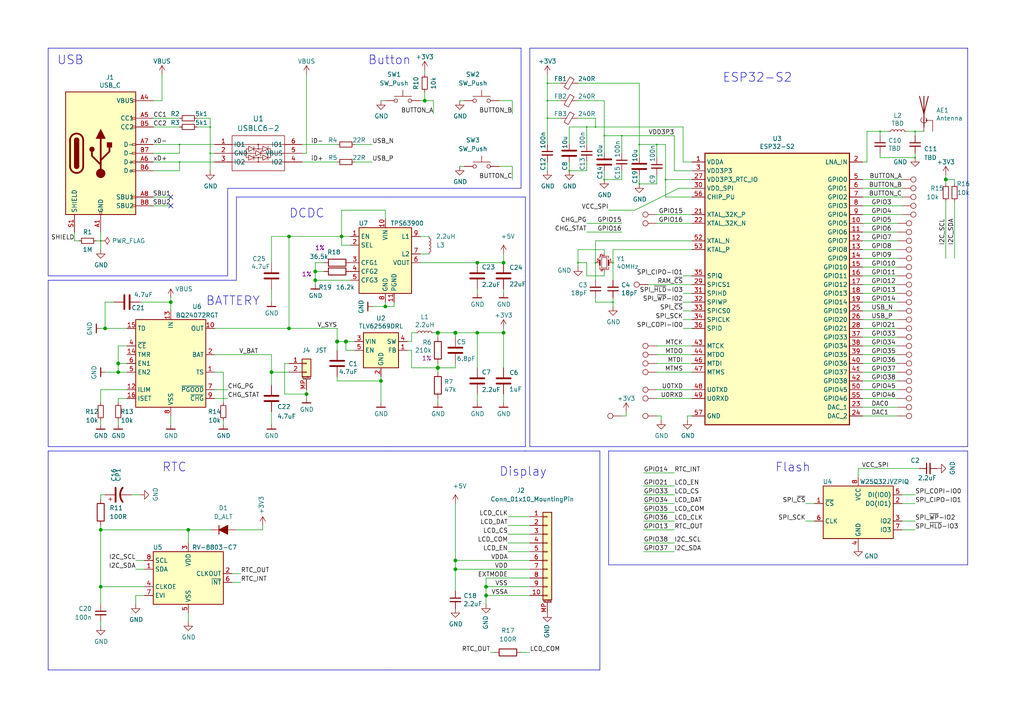
<source format=kicad_sch>
(kicad_sch (version 20230121) (generator eeschema)
  (paper "A4")
  (title_block (title "ESP32s2 Breakout") (date "2020-12-30") (rev "r1.0") (company "GsD - @gregdavill"))
  (bus_alias "GPDI" (members "CK_N" "CK_P" "D0_N" "D0_P" "D1_N" "D1_P" "D2_N" "D2_P"))
  (junction (at 78.74 107.95) (diameter 0.9144))
  (junction (at 60.96 44.45) (diameter 0.3048))
  (junction (at 29.21 170.18) (diameter 0.9144))
  (junction (at 165.1 49.53) (diameter 0.3048))
  (junction (at 88.9 114.3) (diameter 0.9144))
  (junction (at 132.08 165.1) (diameter 0.9144))
  (junction (at 91.44 78.74) (diameter 0.9144))
  (junction (at 193.04 52.07) (diameter 0.3048))
  (junction (at 132.08 96.52) (diameter 1))
  (junction (at 91.44 81.28) (diameter 0.9144))
  (junction (at 175.26 39.37) (diameter 0.3048))
  (junction (at 185.42 53.34) (diameter 0.3048))
  (junction (at 172.72 76.2) (diameter 0.3048))
  (junction (at 127 96.52) (diameter 1))
  (junction (at 158.75 24.13) (diameter 0.3048))
  (junction (at 265.43 38.1) (diameter 0.3048))
  (junction (at 127 106.68) (diameter 1.016))
  (junction (at 34.29 107.95) (diameter 0.9144))
  (junction (at 83.82 95.25) (diameter 0.9144))
  (junction (at 255.27 38.1) (diameter 0.3048))
  (junction (at 29.21 153.67) (diameter 0.9144))
  (junction (at 146.05 96.52) (diameter 0.9144))
  (junction (at 158.75 29.21) (diameter 0.3048))
  (junction (at 140.97 172.72) (diameter 0.9144))
  (junction (at 60.96 36.83) (diameter 0.3048))
  (junction (at 52.07 41.91) (diameter 0.3048))
  (junction (at 170.18 36.83) (diameter 0.3048))
  (junction (at 158.75 34.29) (diameter 0.3048))
  (junction (at 138.43 76.2) (diameter 0.9144))
  (junction (at 140.97 170.18) (diameter 0.9144))
  (junction (at 175.26 52.07) (diameter 0.3048))
  (junction (at 111.76 88.9) (diameter 0.9144))
  (junction (at 180.34 39.37) (diameter 0.3048))
  (junction (at 132.08 162.56) (diameter 0.9144))
  (junction (at 99.06 68.58) (diameter 0.9144))
  (junction (at 30.48 95.25) (diameter 0.9144))
  (junction (at 123.19 29.21) (diameter 0.9144))
  (junction (at 177.8 87.63) (diameter 0.3048))
  (junction (at 265.43 45.72) (diameter 0.3048))
  (junction (at 177.8 76.2) (diameter 0.3048))
  (junction (at 138.43 96.52) (diameter 0.9144))
  (junction (at 274.32 52.07) (diameter 0.9144))
  (junction (at 29.21 69.85) (diameter 0.3048))
  (junction (at 172.72 36.83) (diameter 0.3048))
  (junction (at 34.29 105.41) (diameter 0.9144))
  (junction (at 100.33 99.06) (diameter 1.016))
  (junction (at 185.42 41.91) (diameter 0.3048))
  (junction (at 54.61 153.67) (diameter 0.9144))
  (junction (at 97.79 99.06) (diameter 1.016))
  (junction (at 110.49 110.49) (diameter 0.9144))
  (junction (at 83.82 68.58) (diameter 0.9144))
  (junction (at 49.53 87.63) (diameter 0.9144))
  (junction (at 190.5 41.91) (diameter 0.3048))
  (junction (at 167.64 76.2) (diameter 0.3048))
  (junction (at 146.05 76.2) (diameter 0.9144))
  (junction (at 52.07 46.99) (diameter 0.3048))
  (no_connect (at 49.53 59.69))
  (no_connect (at 49.53 57.15))
  (wire (pts (xy 175.26 52.07) (xy 180.34 52.07)))
  (wire (pts (xy 175.26 78.74) (xy 175.26 80.01)))
  (wire (pts (xy 91.44 81.28) (xy 101.6 81.28)))
  (wire (pts (xy 102.87 41.91) (xy 107.95 41.91)))
  (wire (pts (xy 78.74 68.58) (xy 78.74 76.2)))
  (wire (pts (xy 175.26 29.21) (xy 175.26 39.37)))
  (wire (pts (xy 250.19 118.11) (xy 260.35 118.11)))
  (wire (pts (xy 200.66 95.25) (xy 198.12 95.25)))
  (wire (pts (xy 250.19 107.95) (xy 260.35 107.95)))
  (wire (pts (xy 177.8 81.28) (xy 177.8 76.2)))
  (wire (pts (xy 146.05 95.25) (xy 146.05 96.52)))
  (wire (pts (xy 64.77 107.95) (xy 62.23 107.95)))
  (wire (pts (xy 250.19 77.47) (xy 260.35 77.47)))
  (wire (pts (xy 200.66 87.63) (xy 198.12 87.63)))
  (wire (pts (xy 87.63 46.99) (xy 97.79 46.99)))
  (wire (pts (xy 99.06 60.96) (xy 99.06 68.58)))
  (wire (pts (xy 132.08 105.41) (xy 132.08 106.68)))
  (wire (pts (xy 38.1 143.51) (xy 40.64 143.51)))
  (wire (pts (xy 121.92 68.58) (xy 124.46 68.58)))
  (wire (pts (xy 62.23 115.57) (xy 66.04 115.57)))
  (wire (pts (xy 144.78 48.26) (xy 148.59 48.26)))
  (polyline (pts (xy 13.97 130.81) (xy 113.03 130.81)) (stroke (width 0.152) (type solid)))
  (wire (pts (xy 190.5 107.95) (xy 200.66 107.95)))
  (wire (pts (xy 41.91 172.72) (xy 39.37 172.72)))
  (wire (pts (xy 44.45 34.29) (xy 52.07 34.29)))
  (wire (pts (xy 127 106.68) (xy 127 107.95)))
  (wire (pts (xy 54.61 153.67) (xy 54.61 157.48)))
  (wire (pts (xy 68.58 153.67) (xy 76.2 153.67)))
  (wire (pts (xy 64.77 116.84) (xy 64.77 107.95)))
  (wire (pts (xy 54.61 153.67) (xy 29.21 153.67)))
  (wire (pts (xy 175.26 49.53) (xy 175.26 52.07)))
  (wire (pts (xy 190.5 105.41) (xy 200.66 105.41)))
  (wire (pts (xy 261.62 143.51) (xy 265.43 143.51)))
  (wire (pts (xy 185.42 41.91) (xy 190.5 41.91)))
  (wire (pts (xy 140.97 172.72) (xy 140.97 175.26)))
  (wire (pts (xy 60.96 34.29) (xy 60.96 36.83)))
  (wire (pts (xy 250.19 92.71) (xy 260.35 92.71)))
  (wire (pts (xy 41.91 170.18) (xy 29.21 170.18)))
  (wire (pts (xy 132.08 96.52) (xy 132.08 97.79)))
  (wire (pts (xy 119.38 99.06) (xy 118.11 99.06)))
  (polyline (pts (xy 153.67 129.54) (xy 153.67 13.97)) (stroke (width 0) (type solid)))
  (wire (pts (xy 29.21 95.25) (xy 30.48 95.25)))
  (polyline (pts (xy 152.4 57.15) (xy 113.03 57.15)) (stroke (width 0) (type solid)))
  (wire (pts (xy 132.08 96.52) (xy 138.43 96.52)))
  (wire (pts (xy 107.95 88.9) (xy 111.76 88.9)))
  (wire (pts (xy 36.83 113.03) (xy 29.21 113.03)))
  (polyline (pts (xy 280.67 130.81) (xy 280.67 163.83)) (stroke (width 0) (type solid)))
  (wire (pts (xy 190.5 50.8) (xy 190.5 53.34)))
  (wire (pts (xy 78.74 119.38) (xy 78.74 123.19)))
  (wire (pts (xy 127 96.52) (xy 127 97.79)))
  (wire (pts (xy 190.5 41.91) (xy 190.5 45.72)))
  (wire (pts (xy 34.29 105.41) (xy 34.29 107.95)))
  (wire (pts (xy 170.18 76.2) (xy 167.64 76.2)))
  (wire (pts (xy 170.18 67.31) (xy 180.34 67.31)))
  (wire (pts (xy 167.64 72.39) (xy 175.26 72.39)))
  (wire (pts (xy 40.64 87.63) (xy 49.53 87.63)))
  (wire (pts (xy 147.32 152.4) (xy 153.67 152.4)))
  (wire (pts (xy 186.69 160.02) (xy 195.58 160.02)))
  (wire (pts (xy 167.64 34.29) (xy 172.72 34.29)))
  (wire (pts (xy 147.32 154.94) (xy 153.67 154.94)))
  (wire (pts (xy 146.05 73.66) (xy 146.05 76.2)))
  (wire (pts (xy 44.45 46.99) (xy 52.07 46.99)))
  (wire (pts (xy 274.32 58.42) (xy 274.32 74.93)))
  (wire (pts (xy 265.43 38.1) (xy 265.43 39.37)))
  (wire (pts (xy 147.32 157.48) (xy 153.67 157.48)))
  (wire (pts (xy 186.69 143.51) (xy 195.58 143.51)))
  (wire (pts (xy 146.05 114.3) (xy 146.05 116.84)))
  (wire (pts (xy 200.66 92.71) (xy 198.12 92.71)))
  (wire (pts (xy 44.45 49.53) (xy 52.07 49.53)))
  (wire (pts (xy 132.08 146.05) (xy 132.08 162.56)))
  (wire (pts (xy 29.21 121.92) (xy 29.21 123.19)))
  (wire (pts (xy 111.76 60.96) (xy 99.06 60.96)))
  (wire (pts (xy 49.53 87.63) (xy 49.53 90.17)))
  (wire (pts (xy 97.79 109.22) (xy 97.79 110.49)))
  (wire (pts (xy 82.55 105.41) (xy 82.55 114.3)))
  (wire (pts (xy 177.8 72.39) (xy 200.66 72.39)))
  (wire (pts (xy 196.85 54.61) (xy 200.66 54.61)))
  (wire (pts (xy 36.83 105.41) (xy 34.29 105.41)))
  (wire (pts (xy 110.49 110.49) (xy 110.49 116.84)))
  (wire (pts (xy 250.19 90.17) (xy 260.35 90.17)))
  (wire (pts (xy 36.83 115.57) (xy 34.29 115.57)))
  (wire (pts (xy 265.43 44.45) (xy 265.43 45.72)))
  (wire (pts (xy 165.1 36.83) (xy 170.18 36.83)))
  (wire (pts (xy 30.48 107.95) (xy 34.29 107.95)))
  (polyline (pts (xy 151.13 13.97) (xy 151.13 54.61)) (stroke (width 0) (type solid)))
  (wire (pts (xy 170.18 36.83) (xy 170.18 41.91)))
  (wire (pts (xy 121.92 29.21) (xy 123.19 29.21)))
  (wire (pts (xy 138.43 76.2) (xy 146.05 76.2)))
  (wire (pts (xy 119.38 96.52) (xy 120.65 96.52)))
  (wire (pts (xy 57.15 36.83) (xy 60.96 36.83)))
  (polyline (pts (xy 113.03 194.31) (xy 173.99 194.31)) (stroke (width 0) (type solid)))
  (wire (pts (xy 127 115.57) (xy 127 116.84)))
  (wire (pts (xy 132.08 162.56) (xy 153.67 162.56)))
  (wire (pts (xy 91.44 81.28) (xy 91.44 82.55)))
  (wire (pts (xy 262.89 38.1) (xy 265.43 38.1)))
  (polyline (pts (xy 13.97 194.31) (xy 13.97 130.81)) (stroke (width 0) (type solid)))
  (wire (pts (xy 76.2 153.67) (xy 76.2 152.4)))
  (wire (pts (xy 274.32 50.8) (xy 274.32 52.07)))
  (wire (pts (xy 250.19 105.41) (xy 260.35 105.41)))
  (wire (pts (xy 29.21 143.51) (xy 30.48 143.51)))
  (wire (pts (xy 140.97 170.18) (xy 153.67 170.18)))
  (wire (pts (xy 198.12 36.83) (xy 172.72 36.83)))
  (wire (pts (xy 170.18 64.77) (xy 180.34 64.77)))
  (wire (pts (xy 78.74 68.58) (xy 83.82 68.58)))
  (wire (pts (xy 60.96 36.83) (xy 60.96 44.45)))
  (wire (pts (xy 250.19 54.61) (xy 261.62 54.61)))
  (wire (pts (xy 250.19 62.23) (xy 261.62 62.23)))
  (wire (pts (xy 29.21 153.67) (xy 29.21 170.18)))
  (wire (pts (xy 200.66 90.17) (xy 198.12 90.17)))
  (wire (pts (xy 138.43 83.82) (xy 138.43 85.09)))
  (wire (pts (xy 172.72 86.36) (xy 172.72 87.63)))
  (wire (pts (xy 250.19 102.87) (xy 260.35 102.87)))
  (wire (pts (xy 148.59 48.26) (xy 148.59 52.07)))
  (wire (pts (xy 67.31 168.91) (xy 69.85 168.91)))
  (wire (pts (xy 111.76 87.63) (xy 111.76 88.9)))
  (polyline (pts (xy 13.97 13.97) (xy 151.13 13.97)) (stroke (width 0) (type solid)))
  (wire (pts (xy 29.21 144.78) (xy 29.21 143.51)))
  (wire (pts (xy 180.34 39.37) (xy 180.34 44.45)))
  (polyline (pts (xy 113.03 57.15) (xy 68.58 57.15)) (stroke (width 0) (type solid)))
  (wire (pts (xy 261.62 153.67) (xy 265.43 153.67)))
  (wire (pts (xy 250.19 67.31) (xy 260.35 67.31)))
  (wire (pts (xy 250.19 57.15) (xy 261.62 57.15)))
  (wire (pts (xy 110.49 109.22) (xy 110.49 110.49)))
  (polyline (pts (xy 113.03 194.31) (xy 13.97 194.31)) (stroke (width 0) (type solid)))
  (wire (pts (xy 44.45 57.15) (xy 49.53 57.15)))
  (wire (pts (xy 193.04 41.91) (xy 190.5 41.91)))
  (wire (pts (xy 193.04 57.15) (xy 193.04 52.07)))
  (wire (pts (xy 177.8 72.39) (xy 177.8 76.2)))
  (polyline (pts (xy 151.13 54.61) (xy 66.04 54.61)) (stroke (width 0) (type solid)))
  (wire (pts (xy 119.38 96.52) (xy 119.38 99.06)))
  (wire (pts (xy 99.06 68.58) (xy 101.6 68.58)))
  (wire (pts (xy 132.08 106.68) (xy 127 106.68)))
  (wire (pts (xy 250.19 110.49) (xy 260.35 110.49)))
  (wire (pts (xy 185.42 53.34) (xy 190.5 53.34)))
  (wire (pts (xy 172.72 81.28) (xy 172.72 76.2)))
  (wire (pts (xy 138.43 114.3) (xy 138.43 116.84)))
  (polyline (pts (xy 66.04 80.01) (xy 13.97 80.01)) (stroke (width 0) (type solid)))
  (wire (pts (xy 186.69 137.16) (xy 195.58 137.16)))
  (wire (pts (xy 99.06 68.58) (xy 83.82 68.58)))
  (wire (pts (xy 52.07 46.99) (xy 62.23 46.99)))
  (wire (pts (xy 44.45 29.21) (xy 46.99 29.21)))
  (polyline (pts (xy 153.67 13.97) (xy 280.67 13.97)) (stroke (width 0) (type solid)))
  (wire (pts (xy 181.61 120.65) (xy 181.61 119.38)))
  (wire (pts (xy 140.97 167.64) (xy 140.97 170.18)))
  (wire (pts (xy 62.23 113.03) (xy 66.04 113.03)))
  (wire (pts (xy 30.48 95.25) (xy 36.83 95.25)))
  (wire (pts (xy 91.44 78.74) (xy 91.44 81.28)))
  (wire (pts (xy 44.45 44.45) (xy 52.07 44.45)))
  (wire (pts (xy 102.87 46.99) (xy 107.95 46.99)))
  (wire (pts (xy 119.38 106.68) (xy 119.38 101.6)))
  (wire (pts (xy 52.07 49.53) (xy 52.07 46.99)))
  (wire (pts (xy 83.82 105.41) (xy 82.55 105.41)))
  (wire (pts (xy 151.13 189.23) (xy 153.67 189.23)))
  (wire (pts (xy 180.34 120.65) (xy 181.61 120.65)))
  (wire (pts (xy 97.79 95.25) (xy 97.79 99.06)))
  (wire (pts (xy 34.29 100.33) (xy 34.29 105.41)))
  (polyline (pts (xy 280.67 13.97) (xy 280.67 129.54)) (stroke (width 0) (type solid)))
  (wire (pts (xy 158.75 21.59) (xy 158.75 24.13)))
  (wire (pts (xy 255.27 44.45) (xy 255.27 45.72)))
  (wire (pts (xy 127 105.41) (xy 127 106.68)))
  (wire (pts (xy 87.63 41.91) (xy 97.79 41.91)))
  (wire (pts (xy 123.19 29.21) (xy 123.19 26.67)))
  (wire (pts (xy 123.19 20.32) (xy 123.19 21.59)))
  (polyline (pts (xy 68.58 81.28) (xy 68.58 57.15)) (stroke (width 0) (type solid)))
  (wire (pts (xy 29.21 113.03) (xy 29.21 116.84)))
  (wire (pts (xy 200.66 46.99) (xy 198.12 46.99)))
  (wire (pts (xy 29.21 69.85) (xy 29.21 72.39)))
  (wire (pts (xy 114.3 87.63) (xy 114.3 88.9)))
  (wire (pts (xy 21.59 69.85) (xy 22.86 69.85)))
  (wire (pts (xy 134.62 29.21) (xy 133.35 29.21)))
  (wire (pts (xy 165.1 46.99) (xy 165.1 49.53)))
  (wire (pts (xy 158.75 29.21) (xy 162.56 29.21)))
  (wire (pts (xy 186.69 157.48) (xy 195.58 157.48)))
  (wire (pts (xy 175.26 39.37) (xy 180.34 39.37)))
  (wire (pts (xy 200.66 52.07) (xy 193.04 52.07)))
  (wire (pts (xy 36.83 100.33) (xy 34.29 100.33)))
  (wire (pts (xy 142.24 189.23) (xy 143.51 189.23)))
  (wire (pts (xy 83.82 107.95) (xy 78.74 107.95)))
  (wire (pts (xy 123.19 29.21) (xy 125.73 29.21)))
  (wire (pts (xy 251.46 46.99) (xy 251.46 38.1)))
  (wire (pts (xy 127 106.68) (xy 119.38 106.68)))
  (wire (pts (xy 250.19 113.03) (xy 260.35 113.03)))
  (wire (pts (xy 250.19 97.79) (xy 260.35 97.79)))
  (wire (pts (xy 250.19 64.77) (xy 260.35 64.77)))
  (wire (pts (xy 167.64 77.47) (xy 167.64 76.2)))
  (wire (pts (xy 34.29 107.95) (xy 36.83 107.95)))
  (wire (pts (xy 88.9 44.45) (xy 88.9 21.59)))
  (polyline (pts (xy 173.99 130.81) (xy 152.4 130.81)) (stroke (width 0) (type solid)))
  (wire (pts (xy 97.79 99.06) (xy 97.79 101.6)))
  (wire (pts (xy 165.1 49.53) (xy 170.18 49.53)))
  (wire (pts (xy 119.38 101.6) (xy 118.11 101.6)))
  (wire (pts (xy 190.5 120.65) (xy 191.77 120.65)))
  (wire (pts (xy 158.75 29.21) (xy 158.75 34.29)))
  (wire (pts (xy 255.27 39.37) (xy 255.27 38.1)))
  (wire (pts (xy 172.72 76.2) (xy 172.72 69.85)))
  (wire (pts (xy 185.42 45.72) (xy 185.42 41.91)))
  (wire (pts (xy 78.74 83.82) (xy 78.74 87.63)))
  (wire (pts (xy 261.62 146.05) (xy 265.43 146.05)))
  (wire (pts (xy 78.74 107.95) (xy 78.74 102.87)))
  (wire (pts (xy 64.77 121.92) (xy 64.77 123.19)))
  (wire (pts (xy 125.73 96.52) (xy 127 96.52)))
  (wire (pts (xy 158.75 24.13) (xy 158.75 29.21)))
  (wire (pts (xy 185.42 24.13) (xy 185.42 41.91)))
  (wire (pts (xy 82.55 114.3) (xy 88.9 114.3)))
  (wire (pts (xy 261.62 151.13) (xy 265.43 151.13)))
  (polyline (pts (xy 152.4 129.54) (xy 113.03 129.54)) (stroke (width 0) (type solid)))
  (wire (pts (xy 250.19 52.07) (xy 261.62 52.07)))
  (wire (pts (xy 190.5 102.87) (xy 200.66 102.87)))
  (wire (pts (xy 250.19 95.25) (xy 260.35 95.25)))
  (wire (pts (xy 88.9 114.3) (xy 88.9 113.03)))
  (wire (pts (xy 172.72 34.29) (xy 172.72 36.83)))
  (wire (pts (xy 121.92 73.66) (xy 124.46 73.66)))
  (wire (pts (xy 97.79 99.06) (xy 100.33 99.06)))
  (wire (pts (xy 255.27 45.72) (xy 265.43 45.72)))
  (wire (pts (xy 274.32 52.07) (xy 274.32 53.34)))
  (wire (pts (xy 111.76 63.5) (xy 111.76 60.96)))
  (wire (pts (xy 83.82 95.25) (xy 97.79 95.25)))
  (wire (pts (xy 46.99 29.21) (xy 46.99 21.59)))
  (wire (pts (xy 34.29 115.57) (xy 34.29 116.84)))
  (wire (pts (xy 138.43 96.52) (xy 138.43 106.68)))
  (wire (pts (xy 250.19 80.01) (xy 260.35 80.01)))
  (wire (pts (xy 170.18 80.01) (xy 170.18 76.2)))
  (wire (pts (xy 60.96 153.67) (xy 54.61 153.67)))
  (polyline (pts (xy 152.4 130.81) (xy 113.03 130.81)) (stroke (width 0) (type solid)))
  (wire (pts (xy 187.96 82.55) (xy 200.66 82.55)))
  (wire (pts (xy 125.73 29.21) (xy 125.73 33.02)))
  (wire (pts (xy 250.19 100.33) (xy 260.35 100.33)))
  (wire (pts (xy 83.82 68.58) (xy 83.82 95.25)))
  (wire (pts (xy 54.61 177.8) (xy 54.61 180.34)))
  (wire (pts (xy 233.68 146.05) (xy 236.22 146.05)))
  (wire (pts (xy 250.19 74.93) (xy 260.35 74.93)))
  (wire (pts (xy 186.69 151.13) (xy 195.58 151.13)))
  (wire (pts (xy 170.18 46.99) (xy 170.18 49.53)))
  (wire (pts (xy 165.1 41.91) (xy 165.1 36.83)))
  (wire (pts (xy 132.08 165.1) (xy 132.08 162.56)))
  (wire (pts (xy 199.39 120.65) (xy 200.66 120.65)))
  (wire (pts (xy 91.44 78.74) (xy 93.98 78.74)))
  (polyline (pts (xy 113.03 129.54) (xy 13.97 129.54)) (stroke (width 0) (type solid)))
  (polyline (pts (xy 152.4 80.01) (xy 152.4 57.15)) (stroke (width 0) (type solid)))
  (wire (pts (xy 175.26 80.01) (xy 170.18 80.01)))
  (wire (pts (xy 186.69 140.97) (xy 195.58 140.97)))
  (wire (pts (xy 158.75 49.53) (xy 158.75 46.99)))
  (wire (pts (xy 44.45 41.91) (xy 52.07 41.91)))
  (wire (pts (xy 27.94 69.85) (xy 29.21 69.85)))
  (wire (pts (xy 147.32 160.02) (xy 153.67 160.02)))
  (wire (pts (xy 29.21 175.26) (xy 29.21 170.18)))
  (wire (pts (xy 198.12 46.99) (xy 198.12 36.83)))
  (wire (pts (xy 138.43 96.52) (xy 146.05 96.52)))
  (wire (pts (xy 140.97 172.72) (xy 153.67 172.72)))
  (wire (pts (xy 250.19 87.63) (xy 260.35 87.63)))
  (wire (pts (xy 250.19 46.99) (xy 251.46 46.99)))
  (wire (pts (xy 127 96.52) (xy 132.08 96.52)))
  (wire (pts (xy 39.37 172.72) (xy 39.37 175.26)))
  (polyline (pts (xy 66.04 54.61) (xy 66.04 80.01)) (stroke (width 0) (type solid)))
  (wire (pts (xy 62.23 102.87) (xy 78.74 102.87)))
  (wire (pts (xy 200.66 62.23) (xy 190.5 62.23)))
  (wire (pts (xy 176.53 60.96) (xy 184.15 60.96)))
  (wire (pts (xy 250.19 85.09) (xy 260.35 85.09)))
  (wire (pts (xy 34.29 121.92) (xy 34.29 123.19)))
  (polyline (pts (xy 176.53 163.83) (xy 176.53 130.81)) (stroke (width 0) (type solid)))
  (wire (pts (xy 140.97 170.18) (xy 140.97 172.72)))
  (wire (pts (xy 190.5 115.57) (xy 200.66 115.57)))
  (wire (pts (xy 33.02 87.63) (xy 30.48 87.63)))
  (wire (pts (xy 148.59 29.21) (xy 148.59 33.02)))
  (wire (pts (xy 121.92 76.2) (xy 138.43 76.2)))
  (wire (pts (xy 265.43 38.1) (xy 267.97 38.1)))
  (wire (pts (xy 100.33 101.6) (xy 100.33 99.06)))
  (wire (pts (xy 153.67 167.64) (xy 140.97 167.64)))
  (wire (pts (xy 185.42 50.8) (xy 185.42 53.34)))
  (wire (pts (xy 29.21 69.85) (xy 29.21 67.31)))
  (polyline (pts (xy 13.97 80.01) (xy 13.97 13.97)) (stroke (width 0) (type solid)))
  (wire (pts (xy 146.05 96.52) (xy 146.05 106.68)))
  (wire (pts (xy 167.64 76.2) (xy 167.64 72.39)))
  (polyline (pts (xy 13.97 81.28) (xy 68.58 81.28)) (stroke (width 0) (type solid)))
  (wire (pts (xy 199.39 121.92) (xy 199.39 120.65)))
  (wire (pts (xy 248.92 135.89) (xy 266.7 135.89)))
  (polyline (pts (xy 13.97 81.28) (xy 13.97 129.54)) (stroke (width 0) (type solid)))
  (wire (pts (xy 274.32 52.07) (xy 276.86 52.07)))
  (wire (pts (xy 39.37 162.56) (xy 41.91 162.56)))
  (wire (pts (xy 114.3 88.9) (xy 111.76 88.9)))
  (wire (pts (xy 57.15 34.29) (xy 60.96 34.29)))
  (wire (pts (xy 91.44 76.2) (xy 91.44 78.74)))
  (wire (pts (xy 186.69 146.05) (xy 195.58 146.05)))
  (wire (pts (xy 195.58 49.53) (xy 200.66 49.53)))
  (wire (pts (xy 177.8 87.63) (xy 177.8 86.36)))
  (wire (pts (xy 102.87 101.6) (xy 100.33 101.6)))
  (wire (pts (xy 158.75 24.13) (xy 162.56 24.13)))
  (wire (pts (xy 132.08 165.1) (xy 153.67 165.1)))
  (wire (pts (xy 190.5 100.33) (xy 200.66 100.33)))
  (wire (pts (xy 191.77 120.65) (xy 191.77 121.92)))
  (wire (pts (xy 97.79 110.49) (xy 110.49 110.49)))
  (wire (pts (xy 193.04 52.07) (xy 193.04 41.91)))
  (wire (pts (xy 134.62 48.26) (xy 133.35 48.26)))
  (wire (pts (xy 193.04 57.15) (xy 200.66 57.15)))
  (wire (pts (xy 78.74 107.95) (xy 78.74 111.76)))
  (wire (pts (xy 200.66 80.01) (xy 198.12 80.01)))
  (wire (pts (xy 62.23 95.25) (xy 83.82 95.25)))
  (wire (pts (xy 184.15 60.96) (xy 196.85 54.61)))
  (wire (pts (xy 167.64 29.21) (xy 175.26 29.21)))
  (wire (pts (xy 251.46 38.1) (xy 255.27 38.1)))
  (polyline (pts (xy 152.4 80.01) (xy 152.4 129.54)) (stroke (width 0) (type solid)))
  (wire (pts (xy 200.66 64.77) (xy 190.5 64.77)))
  (wire (pts (xy 101.6 71.12) (xy 99.06 71.12)))
  (wire (pts (xy 49.53 86.36) (xy 49.53 87.63)))
  (wire (pts (xy 255.27 38.1) (xy 257.81 38.1)))
  (wire (pts (xy 49.53 120.65) (xy 49.53 123.19)))
  (wire (pts (xy 276.86 52.07) (xy 276.86 53.34)))
  (wire (pts (xy 29.21 180.34) (xy 29.21 181.61)))
  (wire (pts (xy 250.19 59.69) (xy 261.62 59.69)))
  (wire (pts (xy 248.92 135.89) (xy 248.92 138.43)))
  (wire (pts (xy 175.26 72.39) (xy 175.26 73.66)))
  (wire (pts (xy 170.18 36.83) (xy 172.72 36.83)))
  (wire (pts (xy 44.45 36.83) (xy 52.07 36.83)))
  (wire (pts (xy 180.34 49.53) (xy 180.34 52.07)))
  (wire (pts (xy 29.21 152.4) (xy 29.21 153.67)))
  (wire (pts (xy 177.8 87.63) (xy 177.8 88.9)))
  (wire (pts (xy 99.06 71.12) (xy 99.06 68.58)))
  (wire (pts (xy 88.9 115.57) (xy 88.9 114.3)))
  (wire (pts (xy 250.19 120.65) (xy 260.35 120.65)))
  (wire (pts (xy 250.19 72.39) (xy 260.35 72.39)))
  (wire (pts (xy 147.32 149.86) (xy 153.67 149.86)))
  (wire (pts (xy 93.98 76.2) (xy 91.44 76.2)))
  (wire (pts (xy 30.48 87.63) (xy 30.48 95.25)))
  (wire (pts (xy 39.37 165.1) (xy 41.91 165.1)))
  (polyline (pts (xy 176.53 130.81) (xy 280.67 130.81)) (stroke (width 0) (type solid)))
  (wire (pts (xy 52.07 44.45) (xy 52.07 41.91)))
  (wire (pts (xy 100.33 99.06) (xy 102.87 99.06)))
  (polyline (pts (xy 280.67 129.54) (xy 153.67 129.54)) (stroke (width 0) (type solid)))
  (wire (pts (xy 60.96 44.45) (xy 60.96 49.53)))
  (wire (pts (xy 250.19 82.55) (xy 260.35 82.55)))
  (wire (pts (xy 21.59 67.31) (xy 21.59 69.85)))
  (wire (pts (xy 167.64 24.13) (xy 185.42 24.13)))
  (wire (pts (xy 172.72 87.63) (xy 177.8 87.63)))
  (wire (pts (xy 144.78 29.21) (xy 148.59 29.21)))
  (wire (pts (xy 195.58 49.53) (xy 195.58 39.37)))
  (wire (pts (xy 190.5 113.03) (xy 200.66 113.03)))
  (wire (pts (xy 195.58 39.37) (xy 180.34 39.37)))
  (wire (pts (xy 186.69 148.59) (xy 195.58 148.59)))
  (wire (pts (xy 250.19 115.57) (xy 260.35 115.57)))
  (polyline (pts (xy 280.67 163.83) (xy 176.53 163.83)) (stroke (width 0) (type solid)))
  (wire (pts (xy 158.75 34.29) (xy 162.56 34.29)))
  (polyline (pts (xy 152.4 130.81) (xy 152.4 130.81)) (stroke (width 0) (type solid)))
  (wire (pts (xy 250.19 69.85) (xy 260.35 69.85)))
  (wire (pts (xy 111.76 29.21) (xy 110.49 29.21)))
  (wire (pts (xy 158.75 34.29) (xy 158.75 41.91)))
  (wire (pts (xy 132.08 165.1) (xy 132.08 171.45)))
  (wire (pts (xy 233.68 151.13) (xy 236.22 151.13)))
  (wire (pts (xy 175.26 44.45) (xy 175.26 39.37)))
  (wire (pts (xy 52.07 41.91) (xy 62.23 41.91)))
  (wire (pts (xy 67.31 166.37) (xy 69.85 166.37)))
  (wire (pts (xy 44.45 59.69) (xy 49.53 59.69)))
  (wire (pts (xy 186.69 153.67) (xy 195.58 153.67)))
  (wire (pts (xy 276.86 58.42) (xy 276.86 74.93)))
  (wire (pts (xy 200.66 85.09) (xy 198.12 85.09)))
  (polyline (pts (xy 173.99 194.31) (xy 173.99 130.81)) (stroke (width 0) (type solid)))
  (wire (pts (xy 62.23 44.45) (xy 60.96 44.45)))
  (wire (pts (xy 172.72 69.85) (xy 200.66 69.85)))
  (wire (pts (xy 146.05 83.82) (xy 146.05 85.09)))
  (wire (pts (xy 87.63 44.45) (xy 88.9 44.45)))
  (text "RTC" (at 46.99 137.16 0) (effects (font (size 2.54 2.54)) (justify left bottom)))
  (text "Flash" (at 224.79 137.16 0) (effects (font (size 2.54 2.54)) (justify left bottom)))
  (text "BATTERY" (at 59.69 88.9 0) (effects (font (size 2.54 2.54)) (justify left bottom)))
  (text "Display" (at 144.78 138.43 0) (effects (font (size 2.54 2.54)) (justify left bottom)))
  (text "USB" (at 16.51 19.05 0) (effects (font (size 2.54 2.54)) (justify left bottom)))
  (text "Button" (at 106.68 19.05 0) (effects (font (size 2.54 2.54)) (justify left bottom)))
  (text "DCDC" (at 83.82 63.5 0) (effects (font (size 2.54 2.54)) (justify left bottom)))
  (text "ESP32-S2\n" (at 209.55 24.13 0) (effects (font (size 2.54 2.54)) (justify left bottom)))
  (label "LCD_COM" (at 147.32 157.48 180))
  (label "SPI_CIPO-IO1" (at 198.12 80.01 180))
  (label "GPIO45" (at 252.73 113.03 0))
  (label "VSS" (at 147.32 170.18 180))
  (label "BUTTON_A" (at 125.73 33.02 180))
  (label "SPI_COPI-IO0" (at 198.12 95.25 180))
  (label "GPIO15" (at 180.34 64.77 180))
  (label "DAC0" (at 252.73 118.11 0))
  (label "GPIO35" (at 186.69 148.59 0))
  (label "SPI_~{CS}" (at 233.68 146.05 180))
  (label "SPI_~{WP}-IO2" (at 265.43 151.13 0))
  (label "MTCK" (at 198.12 100.33 180))
  (label "GPIO13" (at 186.69 153.67 0))
  (label "SBU2" (at 49.53 59.69 180))
  (label "LCD_COM" (at 153.67 189.23 0))
  (label "BUTTON_C" (at 148.59 52.07 180))
  (label "I2C_SCL" (at 195.58 157.48 0))
  (label "LCD_COM" (at 195.58 148.59 0))
  (label "GPIO36" (at 252.73 105.41 0))
  (label "GPIO3" (at 252.73 59.69 0))
  (label "CC1" (at 44.45 34.29 0))
  (label "BUTTON_B" (at 261.62 54.61 180))
  (label "GPIO9" (at 252.73 74.93 0))
  (label "CC2" (at 44.45 36.83 0))
  (label "LCD_CS" (at 195.58 143.51 0))
  (label "BUTTON_B" (at 148.59 33.02 180))
  (label "MTDI" (at 198.12 105.41 180))
  (label "GPIO16" (at 198.12 64.77 180))
  (label "GPIO10" (at 252.73 77.47 0))
  (label "LCD_EN" (at 195.58 140.97 0))
  (label "GPIO12" (at 252.73 82.55 0))
  (label "GPIO38" (at 252.73 110.49 0))
  (label "BUTTON_A" (at 261.62 52.07 180))
  (label "SPI_~{CS}" (at 198.12 90.17 180))
  (label "GPIO14" (at 186.69 137.16 0))
  (label "RAM_~{CS}" (at 198.12 82.55 180))
  (label "SPI_~{HLD}-IO3" (at 265.43 153.67 0))
  (label "GPIO37" (at 252.73 107.95 0))
  (label "SPI_~{HLD}-IO3" (at 198.12 85.09 180))
  (label "I2C_SCL" (at 39.37 162.56 180))
  (label "GPIO34" (at 186.69 146.05 0))
  (label "U0TXD" (at 198.12 113.03 180))
  (label "GPIO15" (at 198.12 62.23 180))
  (label "BUTTON_C" (at 261.62 57.15 180))
  (label "SBU1" (at 49.53 57.15 180))
  (label "GPIO21" (at 186.69 140.97 0))
  (label "GPIO46" (at 252.73 115.57 0))
  (label "SPI_CIPO-IO1" (at 265.43 146.05 0))
  (label "GPIO5" (at 252.73 64.77 0))
  (label "GPIO35" (at 252.73 102.87 0))
  (label "RTC_INT" (at 195.58 137.16 0))
  (label "LCD_DAT" (at 195.58 146.05 0))
  (label "SHIELD" (at 21.59 69.85 180))
  (label "GPIO36" (at 186.69 151.13 0))
  (label "GPIO33" (at 252.73 97.79 0))
  (label "CHG_PG" (at 170.18 64.77 180))
  (label "GPIO16" (at 180.34 67.31 180))
  (label "MTMS" (at 198.12 107.95 180))
  (label "RTC_OUT" (at 142.24 189.23 180))
  (label "GPIO4" (at 252.73 62.23 0))
  (label "I2C_SDA" (at 195.58 160.02 0))
  (label "USB_P" (at 252.73 92.71 0))
  (label "VDDA" (at 147.32 162.56 180))
  (label "xD-" (at 44.45 41.91 0))
  (label "V_SYS" (at 97.79 95.25 180))
  (label "CHG_STAT" (at 66.04 115.57 0))
  (label "V_BAT" (at 74.93 102.87 180))
  (label "USB_P" (at 107.95 46.99 0))
  (label "LCD_CLK" (at 147.32 149.86 180))
  (label "VSSA" (at 147.32 172.72 180))
  (label "iD+" (at 90.17 46.99 0))
  (label "VCC_SPI" (at 257.81 135.89 180))
  (label "I2C_SDA" (at 276.86 71.12 90))
  (label "xD+" (at 44.45 46.99 0))
  (label "GPIO37" (at 186.69 160.02 0))
  (label "DAC1" (at 252.73 120.65 0))
  (label "USB_N" (at 252.73 90.17 0))
  (label "CHG_STAT" (at 170.18 67.31 180))
  (label "LCD_CLK" (at 195.58 151.13 0))
  (label "MTDO" (at 198.12 102.87 180))
  (label "VCC_SPI" (at 176.53 60.96 180))
  (label "RTC_OUT" (at 195.58 153.67 0))
  (label "SPI_SCK" (at 233.68 151.13 180))
  (label "EXTMODE" (at 147.32 167.64 180))
  (label "iD-" (at 90.17 41.91 0))
  (label "LCD_CS" (at 147.32 154.94 180))
  (label "SPI_SCK" (at 198.12 92.71 180))
  (label "GPIO13" (at 252.73 85.09 0))
  (label "I2C_SDA" (at 39.37 165.1 180))
  (label "LCD_EN" (at 147.32 160.02 180))
  (label "GPIO34" (at 252.73 100.33 0))
  (label "GPIO21" (at 252.73 95.25 0))
  (label "LCD_DAT" (at 147.32 152.4 180))
  (label "GPIO7" (at 252.73 69.85 0))
  (label "VDD3P3" (at 195.58 39.37 180))
  (label "U0RXD" (at 198.12 115.57 180))
  (label "GPIO14" (at 252.73 87.63 0))
  (label "GPIO33" (at 186.69 143.51 0))
  (label "RTC_OUT" (at 69.85 166.37 0))
  (label "SPI_~{WP}-IO2" (at 198.12 87.63 180))
  (label "RTC_INT" (at 69.85 168.91 0))
  (label "I2C_SCL" (at 274.32 71.12 90))
  (label "VDD" (at 147.32 165.1 180))
  (label "GPIO8" (at 252.73 72.39 0))
  (label "GPIO6" (at 252.73 67.31 0))
  (label "GPIO38" (at 186.69 157.48 0))
  (label "USB_N" (at 107.95 41.91 0))
  (label "GPIO11" (at 252.73 80.01 0))
  (label "CHG_PG" (at 66.04 113.03 0))
  (label "SPI_COPI-IO0" (at 265.43 143.51 0))
  (symbol (lib_id "Connector:TestPoint") (at 260.35 85.09 270) (unit 1) (in_bom no)
    (property "Reference" "TP18" (effects hide))
    (property "Value" "TestPoint" (effects hide))
    (property "Footprint" "TestPoint:TestPoint_Pad_1.0x1.0mm" (effects hide))
  )
  (symbol (lib_id "power:+5V") (at 146.05 73.66 0) (unit 1)
    (property "Reference" "#PWR0140" (effects hide))
    (property "Value" "+5V" (at 147.32 68.58 0))
  )
  (symbol (lib_id "icebreaker-bitsy-rescue:pkl_C_Small-pkl_device") (at 158.75 44.45 0) (mirror y) (unit 1)
    (property "Reference" "C12" (at 157.48 49.53 90) (effects (justify left)))
    (property "Value" "100n" (at 157.48 43.18 90) (effects (justify left)))
    (property "Footprint" "Capacitor_SMD:C_0402_1005Metric" (effects hide))
    (property "Mfg" "Yageo" (effects hide))
    (property "PN" "CC0402ZRY5V7BB104" (effects hide))
  )
  (symbol (lib_id "Memory_Flash:W25Q32JVSS") (at 248.92 148.59 0) (unit 1)
    (property "Reference" "U4" (at 240.03 139.7 0))
    (property "Value" "W25Q32JVZPIQ" (at 256.54 139.7 0))
    (property "Footprint" "Package_SON:WSON-8-1EP_6x5mm_P1.27mm_EP3.4x4mm" (effects hide))
    (property "Datasheet" "http://www.winbond.com/resource-files/w25q32jv%20revg%2003272018%20plus.pdf" (effects hide))
    (property "Mfg" "Winbond Electronics" (effects hide))
    (property "PN" "W25Q32JVZPIQ" (effects hide))
  )
  (symbol (lib_name "Device:R_1") (lib_id "Device:R") (at 97.79 76.2 90) (unit 1)
    (property "Reference" "R18" (at 98.8187 73.152 90) (effects (justify left)))
    (property "Value" "36.5k" (at 95.25 74.422 90) (effects (justify left)))
    (property "Footprint" "Resistor_SMD:R_0402_1005Metric" (effects hide))
    (property "PN" "RC0402FR-07210KL" (effects hide))
    (property "Mfg" "Yageo" (effects hide))
    (property "Tol" "1%" (at 94.2213 71.882 90) (effects (justify left)))
  )
  (symbol (lib_name "Device:L_Small_1") (lib_id "Device:L_Small") (at 260.35 38.1 90) (unit 1)
    (property "Reference" "L2" (at 260.35 33.5088 90))
    (property "Value" "TBD" (at 260.35 35.8075 90))
    (property "Footprint" "Inductor_SMD:L_0402_1005Metric" (effects hide))
  )
  (symbol (lib_id "Connector:TestPoint") (at 261.62 57.15 270) (unit 1) (in_bom no)
    (property "Reference" "TP37" (effects hide))
    (property "Value" "TestPoint" (effects hide))
    (property "Footprint" "TestPoint:TestPoint_Pad_1.0x1.0mm" (effects hide))
  )
  (symbol (lib_id "Connector:TestPoint") (at 260.35 77.47 270) (unit 1) (in_bom no)
    (property "Reference" "TP15" (effects hide))
    (property "Value" "TestPoint" (effects hide))
    (property "Footprint" "TestPoint:TestPoint_Pad_1.0x1.0mm" (effects hide))
  )
  (symbol (lib_id "Connector_Generic_MountingPin:Conn_01x10_MountingPin") (at 158.75 160.02 0) (unit 1)
    (property "Reference" "J2" (at 149.86 142.24 0) (effects (justify left)))
    (property "Value" "Conn_01x10_MountingPin" (at 142.24 144.78 0) (effects (justify left)))
    (property "Footprint" "gsd-footprints:Hirose_FH33-10S-0.5SH_1x10-1MP_P0.50mm_Horizontal" (effects hide))
  )
  (symbol (lib_id "power:+3V3") (at 123.19 20.32 0) (unit 1)
    (property "Reference" "#PWR0139" (effects hide))
    (property "Value" "+3V3" (at 123.19 16.51 0))
  )
  (symbol (lib_id "icebreaker-bitsy-rescue:pkl_R_Small-pkl_device") (at 274.32 55.88 180) (unit 1)
    (property "Reference" "R15" (at 271.78 54.61 0))
    (property "Value" "10k" (at 270.51 57.15 0))
    (property "Footprint" "Resistor_SMD:R_0402_1005Metric" (effects hide))
    (property "Mfg" "Yageo" (effects hide))
    (property "PN" "RC0402FR-0710KL" (effects hide))
  )
  (symbol (lib_id "Device:C") (at 146.05 110.49 0) (mirror y) (unit 1)
    (property "Reference" "C6" (at 147.701 108.077 0) (effects (justify right)))
    (property "Value" "1uF" (at 147.701 112.903 0) (effects (justify right)))
    (property "Footprint" "Capacitor_SMD:C_0402_1005Metric" (effects hide))
    (property "Mfg" "Yageo" (effects hide))
    (property "PN" "CC0402KRX5R6BB105" (effects hide))
  )
  (symbol (lib_id "gkl_power:GND") (at 107.95 88.9 270) (unit 1)
    (property "Reference" "#PWR0108" (effects hide))
    (property "Value" "GND" (at 104.7496 88.9762 0))
  )
  (symbol (lib_id "Device:R") (at 29.21 148.59 0) (unit 1)
    (property "Reference" "R11" (at 31.75 147.32 0) (effects (justify left)))
    (property "Value" "100R" (at 31.75 149.86 0) (effects (justify left)))
    (property "Footprint" "Resistor_SMD:R_0402_1005Metric" (effects hide))
  )
  (symbol (lib_id "power:GND") (at 133.35 29.21 0) (unit 1)
    (property "Reference" "#PWR03" (effects hide))
    (property "Value" "GND" (at 133.477 33.6804 0))
  )
  (symbol (lib_id "Connector:USB_C_Receptacle_USB2.0") (at 29.21 44.45 0) (unit 1)
    (property "Reference" "J1" (at 31.9278 22.4282 0))
    (property "Value" "USB_C" (at 31.9278 24.7396 0))
    (property "Footprint" "pkl_connectors:USB_C_Receptacle_HRO_TYPE-C-31-M-12" (effects hide))
    (property "Datasheet" "https://www.usb.org/sites/default/files/documents/usb_type-c.zip" (effects hide))
    (property "Mfg" "GCT" (effects hide))
    (property "PN" "USB4105-GF-A" (effects hide))
  )
  (symbol (lib_id "Device:Ferrite_Bead_Small") (at 165.1 34.29 90) (unit 1)
    (property "Reference" "FB3" (at 162.56 33.02 90))
    (property "Value" "240R" (at 170.18 33.02 90))
    (property "Footprint" "Inductor_SMD:L_0402_1005Metric" (effects hide))
    (property "Mfg" "Murata Electronics" (effects hide))
    (property "PN" "BLM15BC241SN1D" (effects hide))
  )
  (symbol (lib_id "Device:Crystal_GND24_Small") (at 175.26 76.2 180) (unit 1)
    (property "Reference" "Y1" (at 178.8161 75.0506 0) (effects (justify right)))
    (property "Value" "40MHz" (at 178.8161 77.3493 0) (effects (justify right)))
    (property "Footprint" "led-clock:Crystal_SMD_4Pin_2.0x1.6mm" (effects hide))
    (property "Mfg" "TKD" (effects hide))
    (property "PN" "SX20Y040000BC1T" (effects hide))
  )
  (symbol (lib_id "Connector:TestPoint") (at 190.5 113.03 90) (unit 1) (in_bom no)
    (property "Reference" "TP5" (effects hide))
    (property "Value" "TestPoint" (effects hide))
    (property "Footprint" "TestPoint:TestPoint_Pad_1.0x1.0mm" (effects hide))
  )
  (symbol (lib_id "power:GND") (at 199.39 121.92 0) (unit 1)
    (property "Reference" "#PWR0107" (effects hide))
    (property "Value" "GND" (at 199.517 126.3904 0))
  )
  (symbol (lib_id "Switch:SW_Push") (at 139.7 29.21 0) (unit 1)
    (property "Reference" "SW2" (at 137.16 21.59 0))
    (property "Value" "SW_Push" (at 137.16 24.13 0))
    (property "Footprint" "Button_Switch_SMD:SW_SPST_PTS810" (effects hide))
  )
  (symbol (lib_id "Connector:TestPoint") (at 260.35 110.49 270) (unit 1) (in_bom no)
    (property "Reference" "TP28" (effects hide))
    (property "Value" "TestPoint" (effects hide))
    (property "Footprint" "TestPoint:TestPoint_Pad_1.0x1.0mm" (effects hide))
  )
  (symbol (lib_id "Connector:TestPoint") (at 260.35 87.63 270) (unit 1) (in_bom no)
    (property "Reference" "TP19" (effects hide))
    (property "Value" "TestPoint" (effects hide))
    (property "Footprint" "TestPoint:TestPoint_Pad_1.0x1.0mm" (effects hide))
  )
  (symbol (lib_id "power:GND") (at 158.75 49.53 0) (unit 1)
    (property "Reference" "#PWR0118" (effects hide))
    (property "Value" "GND" (at 158.877 54.0004 0))
  )
  (symbol (lib_id "gkl_power:GND") (at 110.49 116.84 0) (unit 1)
    (property "Reference" "#PWR0112" (effects hide))
    (property "Value" "GND" (at 110.5662 120.0404 0))
  )
  (symbol (lib_id "power:+3V3") (at 274.32 50.8 0) (unit 1)
    (property "Reference" "#PWR0129" (effects hide))
    (property "Value" "+3V3" (at 274.32 46.99 0))
  )
  (symbol (lib_id "power:PWR_FLAG") (at 29.21 69.85 270) (unit 1)
    (property "Reference" "#FLG0101" (effects hide))
    (property "Value" "PWR_FLAG" (at 32.4612 69.85 90) (effects (justify left)))
  )
  (symbol (lib_id "Connector:TestPoint") (at 187.96 82.55 90) (unit 1) (in_bom no)
    (property "Reference" "TP38" (effects hide))
    (property "Value" "TestPoint" (effects hide))
    (property "Footprint" "TestPoint:TestPoint_Pad_1.0x1.0mm" (effects hide))
  )
  (symbol (lib_id "icebreaker-bitsy-rescue:pkl_R_Small-pkl_device") (at 123.19 24.13 180) (unit 1)
    (property "Reference" "R10" (at 120.65 24.13 90))
    (property "Value" "10k" (at 125.73 24.13 90))
    (property "Footprint" "Resistor_SMD:R_0402_1005Metric" (effects hide))
    (property "Mfg" "Yageo" (effects hide))
    (property "PN" "RC0402FR-0710KL" (effects hide))
  )
  (symbol (lib_id "gkl_power:GND") (at 34.29 123.19 0) (unit 1)
    (property "Reference" "#PWR0120" (effects hide))
    (property "Value" "GND" (at 34.3662 126.3904 0))
  )
  (symbol (lib_id "Connector:TestPoint") (at 261.62 62.23 270) (unit 1) (in_bom no)
    (property "Reference" "TP8" (effects hide))
    (property "Value" "TestPoint" (effects hide))
    (property "Footprint" "TestPoint:TestPoint_Pad_1.0x1.0mm" (effects hide))
  )
  (symbol (lib_id "gkl_power:GND") (at 146.05 85.09 0) (unit 1)
    (property "Reference" "#PWR0135" (effects hide))
    (property "Value" "GND" (at 146.1262 88.2904 0))
  )
  (symbol (lib_id "Connector:TestPoint") (at 260.35 74.93 270) (unit 1) (in_bom no)
    (property "Reference" "TP14" (effects hide))
    (property "Value" "TestPoint" (effects hide))
    (property "Footprint" "TestPoint:TestPoint_Pad_1.0x1.0mm" (effects hide))
  )
  (symbol (lib_id "Battery_Management:BQ24072RGT") (at 49.53 105.41 0) (unit 1)
    (property "Reference" "U6" (at 57.15 88.9 0))
    (property "Value" "BQ24072RGT" (at 57.15 91.44 0))
    (property "Footprint" "Package_DFN_QFN:VQFN-16-1EP_3x3mm_P0.5mm_EP1.6x1.6mm" (effects hide))
    (property "Datasheet" "http://www.ti.com/lit/ds/symlink/bq24072.pdf" (effects hide))
  )
  (symbol (lib_id "Connector:TestPoint") (at 190.5 115.57 90) (unit 1) (in_bom no)
    (property "Reference" "TP6" (effects hide))
    (property "Value" "TestPoint" (effects hide))
    (property "Footprint" "TestPoint:TestPoint_Pad_1.0x1.0mm" (effects hide))
  )
  (symbol (lib_id "icebreaker-bitsy-rescue:pkl_R_Small-pkl_device") (at 54.61 34.29 270) (unit 1)
    (property "Reference" "R2" (at 50.8 33.02 90))
    (property "Value" "5k1" (at 58.42 33.02 90))
    (property "Footprint" "Resistor_SMD:R_0402_1005Metric" (effects hide))
    (property "Mfg" "Yageo" (effects hide))
    (property "PN" "RC0402FR-075K1L" (effects hide))
  )
  (symbol (lib_id "icebreaker-bitsy-rescue:pkl_R_Small-pkl_device") (at 64.77 119.38 180) (unit 1)
    (property "Reference" "R14" (at 62.23 119.38 0))
    (property "Value" "10k" (at 62.23 121.92 0))
    (property "Footprint" "Resistor_SMD:R_0402_1005Metric" (effects hide))
    (property "Mfg" "Yageo" (effects hide))
    (property "PN" "RC0402FR-0710KL" (effects hide))
  )
  (symbol (lib_id "Connector:TestPoint") (at 260.35 90.17 270) (unit 1) (in_bom no)
    (property "Reference" "TP20" (effects hide))
    (property "Value" "TestPoint" (effects hide))
    (property "Footprint" "TestPoint:TestPoint_Pad_1.0x1.0mm" (effects hide))
  )
  (symbol (lib_id "icebreaker-bitsy-rescue:pkl_C_Small-pkl_device") (at 190.5 48.26 0) (mirror y) (unit 1)
    (property "Reference" "C9" (at 189.23 53.34 90) (effects (justify left)))
    (property "Value" "100n" (at 189.23 46.99 90) (effects (justify left)))
    (property "Footprint" "Capacitor_SMD:C_0402_1005Metric" (effects hide))
    (property "Mfg" "Yageo" (effects hide))
    (property "PN" "CC0402ZRY5V7BB104" (effects hide))
  )
  (symbol (lib_id "Device:C") (at 146.05 80.01 0) (mirror y) (unit 1)
    (property "Reference" "C24" (at 147.701 77.597 0) (effects (justify right)))
    (property "Value" "22uF" (at 147.701 82.423 0) (effects (justify right)))
    (property "Footprint" "Capacitor_SMD:C_0603_1608Metric" (effects hide))
    (property "Mfg" "Yageo" (effects hide))
    (property "PN" "CC0402KRX5R6BB105" (effects hide))
  )
  (symbol (lib_id "Connector:TestPoint") (at 260.35 92.71 270) (unit 1) (in_bom no)
    (property "Reference" "TP21" (effects hide))
    (property "Value" "TestPoint" (effects hide))
    (property "Footprint" "TestPoint:TestPoint_Pad_1.0x1.0mm" (effects hide))
  )
  (symbol (lib_id "obsidian-boa:ESP32-S2") (at 224.79 81.28 0) (unit 1)
    (property "Reference" "U3" (at 225.425 40.2017 0))
    (property "Value" "ESP32-S2" (at 225.425 42.5004 0))
    (property "Footprint" "Package_DFN_QFN:QFN-56-1EP_7x7mm_P0.4mm_EP5.6x5.6mm" (effects hide))
    (property "Mfg" "Espressif Systems" (effects hide))
    (property "PN" "ESP32-S2" (effects hide))
  )
  (symbol (lib_id "Device:L_Small") (at 123.19 96.52 90) (unit 1)
    (property "Reference" "L1" (at 123.19 91.9288 90))
    (property "Value" "2.2uH" (at 123.19 94.2275 90))
    (property "Footprint" "Inductor_SMD:L_0805_2012Metric" (effects hide))
    (property "Mfg" "Sunltech Tech" (effects hide))
    (property "PN" "SLM20122R2MIT" (effects hide))
  )
  (symbol (lib_id "icebreaker-bitsy-rescue:pkl_C_Small-pkl_device") (at 177.8 83.82 0) (mirror x) (unit 1)
    (property "Reference" "C4" (at 180.1242 82.6706 0) (effects (justify left)))
    (property "Value" "18pF" (at 180.1242 84.9693 0) (effects (justify left)))
    (property "Footprint" "Capacitor_SMD:C_0402_1005Metric" (effects hide))
    (property "Mfg" "Yageo" (effects hide))
    (property "PN" "CC0402GRNPO9BN180" (effects hide))
  )
  (symbol (lib_name "Device:R_2") (lib_id "Device:R") (at 97.79 78.74 90) (unit 1)
    (property "Reference" "R19" (at 96.2787 83.312 90) (effects (justify left)))
    (property "Value" "16.2k" (at 102.87 83.312 90) (effects (justify left)))
    (property "Footprint" "Resistor_SMD:R_0402_1005Metric" (effects hide))
    (property "PN" "RC0402FR-07210KL" (effects hide))
    (property "Mfg" "Yageo" (effects hide))
    (property "Tol" "1%" (at 90.4113 79.502 90) (effects (justify left)))
  )
  (symbol (lib_id "Connector_Generic_MountingPin:Conn_01x02_MountingPin") (at 88.9 105.41 0) (unit 1)
    (property "Reference" "J4" (at 87.63 101.6 0) (effects (justify left)))
    (property "Value" "JST" (at 91.44 101.6 0) (effects (justify left)))
    (property "Footprint" "gsd-footprints:BM02B-GHS-TBT" (effects hide))
    (property "PN" "S2B-PH-SM4-TB(LF)(SN)" (effects hide))
    (property "Mfg" "JST Sales America Inc." (effects hide))
  )
  (symbol (lib_id "Connector:TestPoint") (at 260.35 95.25 270) (unit 1) (in_bom no)
    (property "Reference" "TP22" (effects hide))
    (property "Value" "TestPoint" (effects hide))
    (property "Footprint" "TestPoint:TestPoint_Pad_1.0x1.0mm" (effects hide))
  )
  (symbol (lib_id "icebreaker-bitsy-rescue:pkl_C_Small-pkl_device") (at 180.34 46.99 0) (mirror y) (unit 1)
    (property "Reference" "C15" (at 179.07 52.07 90) (effects (justify left)))
    (property "Value" "100n" (at 179.07 45.72 90) (effects (justify left)))
    (property "Footprint" "Capacitor_SMD:C_0402_1005Metric" (effects hide))
    (property "Mfg" "Yageo" (effects hide))
    (property "PN" "CC0402ZRY5V7BB104" (effects hide))
  )
  (symbol (lib_id "Connector:TestPoint") (at 180.34 120.65 90) (unit 1) (in_bom no)
    (property "Reference" "TP39" (effects hide))
    (property "Value" "TestPoint" (effects hide))
    (property "Footprint" "TestPoint:TestPoint_Pad_1.0x1.0mm" (effects hide))
  )
  (symbol (lib_id "gkl_power:GND") (at 64.77 123.19 0) (unit 1)
    (property "Reference" "#PWR0125" (effects hide))
    (property "Value" "GND" (at 64.8462 126.3904 0))
  )
  (symbol (lib_id "gkl_power:GND") (at 138.43 116.84 0) (unit 1)
    (property "Reference" "#PWR0134" (effects hide))
    (property "Value" "GND" (at 138.5062 120.0404 0))
  )
  (symbol (lib_id "gsd-kicad:RV-8803-C7") (at 54.61 167.64 0) (unit 1)
    (property "Reference" "U5" (at 45.72 158.75 0))
    (property "Value" "RV-8803-C7" (at 62.23 158.75 0))
    (property "Footprint" "Package_SON:RTC_SMD_MicroCrystal_C3_2.5x3.7mm" (effects hide))
    (property "Datasheet" "https://www.microcrystal.com/fileadmin/Media/Products/RTC/Datasheet/RV-1805-C3.pdf" (effects hide))
  )
  (symbol (lib_id "power:+3V3") (at 146.05 95.25 0) (unit 1)
    (property "Reference" "#PWR0136" (effects hide))
    (property "Value" "+3V3" (at 146.05 91.44 0))
  )
  (symbol (lib_id "Device:C") (at 78.74 80.01 0) (mirror y) (unit 1)
    (property "Reference" "C25" (at 77.089 75.057 0) (effects (justify left)))
    (property "Value" "4.7uF" (at 78.359 77.343 0) (effects (justify left)))
    (property "Footprint" "Capacitor_SMD:C_0402_1005Metric" (effects hide))
    (property "Mfg" "Yageo" (effects hide))
    (property "PN" "CC0402KRX5R6BB475" (effects hide))
  )
  (symbol (lib_id "Device:L_Small") (at 124.46 71.12 0) (unit 1)
    (property "Reference" "L3" (at 127.7812 71.12 0))
    (property "Value" "2.2uH" (at 129.2925 68.58 0))
    (property "Footprint" "Inductor_SMD:L_0805_2012Metric" (effects hide))
    (property "Mfg" "Sunltech Tech" (effects hide))
    (property "PN" "SLM20122R2MIT" (effects hide))
  )
  (symbol (lib_id "icebreaker-bitsy-rescue:pkl_R_Small-pkl_device") (at 100.33 41.91 270) (unit 1)
    (property "Reference" "R4" (at 96.52 40.64 90))
    (property "Value" "22R" (at 104.14 40.64 90))
    (property "Footprint" "Resistor_SMD:R_0402_1005Metric" (effects hide))
    (property "Mfg" "Yageo" (effects hide))
    (property "PN" "RC0402FR-0722RL" (effects hide))
  )
  (symbol (lib_id "Device:C") (at 132.08 101.6 0) (unit 1)
    (property "Reference" "C5" (at 132.4611 99.1806 0) (effects (justify left)))
    (property "Value" "6.8pF" (at 132.4611 104.0193 0) (effects (justify left)))
    (property "Footprint" "Capacitor_SMD:C_0402_1005Metric" (effects hide))
    (property "Mfg" "Yageo" (effects hide))
    (property "PN" "CC0402CRNPO9BN6R8" (effects hide))
  )
  (symbol (lib_id "power:GND") (at 110.49 29.21 0) (unit 1)
    (property "Reference" "#PWR0117" (effects hide))
    (property "Value" "GND" (at 110.617 33.6804 0))
  )
  (symbol (lib_id "Switch:SW_Push") (at 116.84 29.21 0) (unit 1)
    (property "Reference" "SW1" (at 114.3 21.59 0))
    (property "Value" "SW_Push" (at 114.3 24.13 0))
    (property "Footprint" "Button_Switch_SMD:SW_SPST_PTS810" (effects hide))
  )
  (symbol (lib_id "icebreaker-bitsy-rescue:pkl_C_Small-pkl_device") (at 255.27 41.91 0) (mirror y) (unit 1)
    (property "Reference" "C10" (at 257.5942 40.7606 0) (effects (justify right)))
    (property "Value" "TBD" (at 257.5942 43.0593 0) (effects (justify right)))
    (property "Footprint" "Capacitor_SMD:C_0402_1005Metric" (effects hide))
    (property "Source" "ANY" (effects hide))
  )
  (symbol (lib_id "Regulator_Switching:TLV62569DRL") (at 110.49 101.6 0) (unit 1)
    (property "Reference" "U2" (at 110.49 92.3098 0))
    (property "Value" "TLV62569DRL" (at 110.49 94.6085 0))
    (property "Footprint" "gsd-footprints:SOT-666" (effects hide))
    (property "Datasheet" "http://www.ti.com/lit/ds/symlink/tlv62569.pdf" (effects hide))
    (property "Mfg" "Texas Instruments" (effects hide))
    (property "PN" "TLV62569DRLR" (effects hide))
  )
  (symbol (lib_id "power:GND") (at 132.08 176.53 0) (unit 1)
    (property "Reference" "#PWR011" (effects hide))
    (property "Value" "GND" (at 132.207 181.0004 0))
  )
  (symbol (lib_id "Device:C") (at 36.83 87.63 90) (mirror x) (unit 1)
    (property "Reference" "C21" (at 42.037 89.281 90) (effects (justify left)))
    (property "Value" "4.7uF" (at 44.323 85.471 90) (effects (justify left)))
    (property "Footprint" "Capacitor_SMD:C_0402_1005Metric" (effects hide))
    (property "Mfg" "Yageo" (effects hide))
    (property "PN" "CC0402KRX5R6BB475" (effects hide))
  )
  (symbol (lib_id "power:GND") (at 39.37 175.26 0) (unit 1)
    (property "Reference" "#PWR010" (effects hide))
    (property "Value" "GND" (at 39.497 179.7304 0))
  )
  (symbol (lib_id "icebreaker-bitsy-rescue:pkl_C_Small-pkl_device") (at 265.43 41.91 0) (mirror y) (unit 1)
    (property "Reference" "C11" (at 267.97 43.18 0) (effects (justify right)))
    (property "Value" "TBD" (at 267.97 45.72 0) (effects (justify right)))
    (property "Footprint" "Capacitor_SMD:C_0402_1005Metric" (effects hide))
    (property "Source" "ANY" (effects hide))
  )
  (symbol (lib_id "icebreaker-bitsy-rescue:pkl_R_Small-pkl_device") (at 29.21 119.38 180) (unit 1)
    (property "Reference" "R12" (at 26.67 119.38 0))
    (property "Value" "10k" (at 26.67 121.92 0))
    (property "Footprint" "Resistor_SMD:R_0402_1005Metric" (effects hide))
    (property "Mfg" "Yageo" (effects hide))
    (property "PN" "RC0402FR-0710KL" (effects hide))
  )
  (symbol (lib_name "Device:R_4") (lib_id "Device:R") (at 127 111.76 180) (unit 1)
    (property "Reference" "R7" (at 128.7781 110.7313 0) (effects (justify right)))
    (property "Value" "47k" (at 128.7781 113.03 0) (effects (justify right)))
    (property "Footprint" "Resistor_SMD:R_0402_1005Metric" (effects hide))
    (property "PN" "RC0402FR-0747KL" (effects hide))
    (property "Mfg" "Yageo" (effects hide))
  )
  (symbol (lib_id "Switch:SW_Push") (at 139.7 48.26 0) (unit 1)
    (property "Reference" "SW3" (at 137.16 40.64 0))
    (property "Value" "SW_Push" (at 137.16 43.18 0))
    (property "Footprint" "Button_Switch_SMD:SW_SPST_PTS810" (effects hide))
  )
  (symbol (lib_id "Connector:TestPoint") (at 260.35 100.33 270) (unit 1) (in_bom no)
    (property "Reference" "TP24" (effects hide))
    (property "Value" "TestPoint" (effects hide))
    (property "Footprint" "TestPoint:TestPoint_Pad_1.0x1.0mm" (effects hide))
  )
  (symbol (lib_id "Connector:TestPoint") (at 190.5 62.23 90) (mirror x) (unit 1) (in_bom no)
    (property "Reference" "TP33" (effects hide))
    (property "Value" "TestPoint" (effects hide))
    (property "Footprint" "TestPoint:TestPoint_Pad_1.0x1.0mm" (effects hide))
  )
  (symbol (lib_id "Connector:TestPoint") (at 260.35 107.95 270) (unit 1) (in_bom no)
    (property "Reference" "TP27" (effects hide))
    (property "Value" "TestPoint" (effects hide))
    (property "Footprint" "TestPoint:TestPoint_Pad_1.0x1.0mm" (effects hide))
  )
  (symbol (lib_id "power:GND") (at 29.21 181.61 0) (unit 1)
    (property "Reference" "#PWR014" (effects hide))
    (property "Value" "GND" (at 29.337 186.0804 0))
  )
  (symbol (lib_id "icebreaker-bitsy-rescue:USBLC6-2-pkl_misc") (at 74.93 44.45 0) (unit 1)
    (property "Reference" "U1" (at 74.93 34.417 0) (effects (font (size 1.524 1.524))))
    (property "Value" "USBLC6-2" (at 74.93 37.211 0) (effects (font (size 1.524 1.524))))
    (property "Footprint" "gsd-footprints:SOT-666" (effects hide))
    (property "Mfg" "STMicroelectronics" (effects hide))
    (property "PN" "USBLC6-2P6" (effects hide))
  )
  (symbol (lib_id "Device:CP1") (at 34.29 143.51 90) (unit 1)
    (property "Reference" "C16" (at 33.02 139.7 0) (effects (justify left)))
    (property "Value" "CP1" (at 34.29 139.7 0) (effects (justify left)))
    (property "Footprint" "Battery:BatteryHolder_Seiko_MS621F" (effects hide))
    (property "PN" "DCK-3R3E224U-E" (effects hide))
    (property "MFG" "Elna America" (effects hide))
  )
  (symbol (lib_id "Connector:TestPoint") (at 190.5 120.65 90) (unit 1) (in_bom no)
    (property "Reference" "TP7" (effects hide))
    (property "Value" "TestPoint" (effects hide))
    (property "Footprint" "TestPoint:TestPoint_Pad_1.0x1.0mm" (effects hide))
  )
  (symbol (lib_id "Device:Ferrite_Bead_Small") (at 165.1 29.21 90) (unit 1)
    (property "Reference" "FB2" (at 162.56 27.94 90))
    (property "Value" "240R" (at 170.18 27.94 90))
    (property "Footprint" "Inductor_SMD:L_0402_1005Metric" (effects hide))
    (property "Mfg" "Murata Electronics" (effects hide))
    (property "PN" "BLM15BC241SN1D" (effects hide))
  )
  (symbol (lib_id "Connector:TestPoint") (at 190.5 102.87 90) (unit 1) (in_bom no)
    (property "Reference" "TP2" (effects hide))
    (property "Value" "TestPoint" (effects hide))
    (property "Footprint" "TestPoint:TestPoint_Pad_1.0x1.0mm" (effects hide))
  )
  (symbol (lib_id "gkl_power:GND") (at 49.53 123.19 0) (unit 1)
    (property "Reference" "#PWR0121" (effects hide))
    (property "Value" "GND" (at 49.6062 126.3904 0))
  )
  (symbol (lib_id "power:GND") (at 140.97 175.26 0) (mirror y) (unit 1)
    (property "Reference" "#PWR0109" (effects hide))
    (property "Value" "GND" (at 140.843 178.5112 90) (effects (justify right)))
  )
  (symbol (lib_id "power:VBUS") (at 46.99 21.59 0) (unit 1)
    (property "Reference" "#PWR0104" (effects hide))
    (property "Value" "VBUS" (at 46.99 17.78 0))
  )
  (symbol (lib_id "icebreaker-bitsy-rescue:pkl_C_Small-pkl_device") (at 132.08 173.99 0) (unit 1)
    (property "Reference" "C18" (at 134.4168 172.7962 0) (effects (justify left)))
    (property "Value" "2.2uF" (at 134.4168 175.1584 0) (effects (justify left)))
    (property "Footprint" "Capacitor_SMD:C_0402_1005Metric" (effects hide))
    (property "Mfg" "Yageo" (effects hide))
    (property "PN" "CC0402MRX5R5BB225" (effects hide))
  )
  (symbol (lib_id "power:GND") (at 167.64 77.47 0) (unit 1)
    (property "Reference" "#PWR0119" (effects hide))
    (property "Value" "GND" (at 165.735 78.4225 0) (effects (justify right)))
  )
  (symbol (lib_id "icebreaker-bitsy-rescue:pkl_C_Small-pkl_device") (at 170.18 44.45 0) (mirror y) (unit 1)
    (property "Reference" "C13" (at 168.91 49.53 90) (effects (justify left)))
    (property "Value" "100n" (at 168.91 43.18 90) (effects (justify left)))
    (property "Footprint" "Capacitor_SMD:C_0402_1005Metric" (effects hide))
    (property "Mfg" "Yageo" (effects hide))
    (property "PN" "CC0402ZRY5V7BB104" (effects hide))
  )
  (symbol (lib_id "gkl_power:GND") (at 78.74 123.19 0) (unit 1)
    (property "Reference" "#PWR0114" (effects hide))
    (property "Value" "GND" (at 78.8162 126.3904 0))
  )
  (symbol (lib_id "gkl_power:GND") (at 138.43 85.09 0) (unit 1)
    (property "Reference" "#PWR0133" (effects hide))
    (property "Value" "GND" (at 138.5062 88.2904 0))
  )
  (symbol (lib_id "Device:D_ALT") (at 64.77 153.67 0) (unit 1)
    (property "Reference" "D1" (at 64.77 147.32 0))
    (property "Value" "D_ALT" (at 64.77 149.86 0))
    (property "Footprint" "Diode_SMD:D_SOD-523" (effects hide))
  )
  (symbol (lib_id "power:+5V") (at 132.08 146.05 0) (unit 1)
    (property "Reference" "#PWR0131" (effects hide))
    (property "Value" "+5V" (at 133.35 140.97 0))
  )
  (symbol (lib_id "Connector:TestPoint") (at 260.35 118.11 270) (unit 1) (in_bom no)
    (property "Reference" "TP31" (effects hide))
    (property "Value" "TestPoint" (effects hide))
    (property "Footprint" "TestPoint:TestPoint_Pad_1.0x1.0mm" (effects hide))
  )
  (symbol (lib_id "power:+3V3") (at 158.75 21.59 0) (unit 1)
    (property "Reference" "#PWR043" (effects hide))
    (property "Value" "+3V3" (at 158.75 17.78 0))
  )
  (symbol (lib_id "gsd-kicad:TPS63900") (at 111.76 76.2 0) (unit 1)
    (property "Reference" "U7" (at 105.41 64.77 0))
    (property "Value" "TPS63900" (at 118.11 64.77 0))
    (property "Footprint" "Package_SON:WSON-10-1EP_2.5x2.5mm_P0.5mm_EP1.2x2mm_ThermalVias" (effects hide))
    (property "Datasheet" "https://www.ti.com/lit/gpn/tps63900" (effects hide))
  )
  (symbol (lib_id "gkl_power:GND") (at 88.9 115.57 0) (unit 1)
    (property "Reference" "#PWR0111" (effects hide))
    (property "Value" "GND" (at 88.9762 118.7704 0))
  )
  (symbol (lib_id "Connector:TestPoint") (at 190.5 100.33 90) (unit 1) (in_bom no)
    (property "Reference" "TP1" (effects hide))
    (property "Value" "TestPoint" (effects hide))
    (property "Footprint" "TestPoint:TestPoint_Pad_1.0x1.0mm" (effects hide))
  )
  (symbol (lib_id "icebreaker-bitsy-rescue:pkl_R_Small-pkl_device") (at 100.33 46.99 270) (unit 1)
    (property "Reference" "R5" (at 96.52 45.72 90))
    (property "Value" "22R" (at 104.14 45.72 90))
    (property "Footprint" "Resistor_SMD:R_0402_1005Metric" (effects hide))
    (property "Mfg" "Yageo" (effects hide))
    (property "PN" "RC0402FR-0722RL" (effects hide))
  )
  (symbol (lib_id "gkl_power:GND") (at 29.21 95.25 270) (unit 1)
    (property "Reference" "#PWR0126" (effects hide))
    (property "Value" "GND" (at 26.0096 95.3262 0))
  )
  (symbol (lib_id "Connector:TestPoint") (at 261.62 59.69 270) (unit 1) (in_bom no)
    (property "Reference" "TP9" (effects hide))
    (property "Value" "TestPoint" (effects hide))
    (property "Footprint" "TestPoint:TestPoint_Pad_1.0x1.0mm" (effects hide))
  )
  (symbol (lib_id "Connector:TestPoint") (at 261.62 54.61 270) (unit 1) (in_bom no)
    (property "Reference" "TP36" (effects hide))
    (property "Value" "TestPoint" (effects hide))
    (property "Footprint" "TestPoint:TestPoint_Pad_1.0x1.0mm" (effects hide))
  )
  (symbol (lib_id "power:GND") (at 165.1 49.53 0) (unit 1)
    (property "Reference" "#PWR0138" (effects hide))
    (property "Value" "GND" (at 165.227 54.0004 0))
  )
  (symbol (lib_id "icebreaker-bitsy-rescue:pkl_R_Small-pkl_device") (at 276.86 55.88 180) (unit 1)
    (property "Reference" "R16" (at 279.4 53.34 0))
    (property "Value" "10k" (at 279.4 55.88 0))
    (property "Footprint" "Resistor_SMD:R_0402_1005Metric" (effects hide))
    (property "Mfg" "Yageo" (effects hide))
    (property "PN" "RC0402FR-0710KL" (effects hide))
  )
  (symbol (lib_id "Connector:TestPoint") (at 260.35 97.79 270) (unit 1) (in_bom no)
    (property "Reference" "TP23" (effects hide))
    (property "Value" "TestPoint" (effects hide))
    (property "Footprint" "TestPoint:TestPoint_Pad_1.0x1.0mm" (effects hide))
  )
  (symbol (lib_id "Connector:TestPoint") (at 190.5 64.77 90) (mirror x) (unit 1) (in_bom no)
    (property "Reference" "TP34" (effects hide))
    (property "Value" "TestPoint" (effects hide))
    (property "Footprint" "TestPoint:TestPoint_Pad_1.0x1.0mm" (effects hide))
  )
  (symbol (lib_id "Device:Antenna_Shield") (at 267.97 33.02 0) (unit 1)
    (property "Reference" "AE1" (at 271.5261 31.9976 0) (effects (justify left)))
    (property "Value" "Antenna" (at 271.5261 34.2963 0) (effects (justify left)))
    (property "Footprint" "gsd-footprints:Ant_3216" (effects hide))
    (property "Mfg" "Sunlord" (effects hide))
    (property "PN" "SLDA31-2R400G-S2TF" (effects hide))
  )
  (symbol (lib_id "Device:C") (at 97.79 105.41 0) (mirror y) (unit 1)
    (property "Reference" "C1" (at 103.759 105.537 0) (effects (justify left)))
    (property "Value" "4.7uF" (at 103.759 107.823 0) (effects (justify left)))
    (property "Footprint" "Capacitor_SMD:C_0402_1005Metric" (effects hide))
    (property "Mfg" "Yageo" (effects hide))
    (property "PN" "CC0402KRX5R6BB475" (effects hide))
  )
  (symbol (lib_id "gkl_power:GND") (at 29.21 123.19 0) (unit 1)
    (property "Reference" "#PWR0115" (effects hide))
    (property "Value" "GND" (at 29.2862 126.3904 0))
  )
  (symbol (lib_id "power:GND") (at 158.75 177.8 0) (mirror y) (unit 1)
    (property "Reference" "#PWR0110" (effects hide))
    (property "Value" "GND" (at 158.623 181.0512 90) (effects (justify right)))
  )
  (symbol (lib_id "icebreaker-bitsy-rescue:pkl_C_Small-pkl_device") (at 29.21 177.8 0) (mirror y) (unit 1)
    (property "Reference" "C20" (at 26.67 176.53 0) (effects (justify left)))
    (property "Value" "100n" (at 26.67 179.07 0) (effects (justify left)))
    (property "Footprint" "Capacitor_SMD:C_0402_1005Metric" (effects hide))
    (property "Mfg" "Yageo" (effects hide))
    (property "PN" "CC0402ZRY5V7BB104" (effects hide))
  )
  (symbol (lib_id "icebreaker-bitsy-rescue:pkl_C-pkl_device") (at 175.26 46.99 0) (mirror y) (unit 1)
    (property "Reference" "C14" (at 173.99 52.07 90) (effects (justify left)))
    (property "Value" "10u" (at 173.99 45.72 90) (effects (justify left)))
    (property "Footprint" "Capacitor_SMD:C_0603_1608Metric" (effects hide))
    (property "Mfg" "Yageo" (effects hide))
    (property "PN" "CC0603KRX5R5BB106" (effects hide))
  )
  (symbol (lib_id "power:GND") (at 177.8 88.9 0) (unit 1)
    (property "Reference" "#PWR0101" (effects hide))
    (property "Value" "GND" (at 177.927 93.3704 0))
  )
  (symbol (lib_id "power:GND") (at 133.35 48.26 0) (unit 1)
    (property "Reference" "#PWR04" (effects hide))
    (property "Value" "GND" (at 133.477 52.7304 0))
  )
  (symbol (lib_id "gkl_power:GND") (at 146.05 116.84 0) (unit 1)
    (property "Reference" "#PWR0116" (effects hide))
    (property "Value" "GND" (at 146.1262 120.0404 0))
  )
  (symbol (lib_id "Connector:TestPoint") (at 260.35 82.55 270) (unit 1) (in_bom no)
    (property "Reference" "TP17" (effects hide))
    (property "Value" "TestPoint" (effects hide))
    (property "Footprint" "TestPoint:TestPoint_Pad_1.0x1.0mm" (effects hide))
  )
  (symbol (lib_id "power:+3V3") (at 181.61 119.38 0) (unit 1)
    (property "Reference" "#PWR0102" (effects hide))
    (property "Value" "+3V3" (at 181.61 115.57 0))
  )
  (symbol (lib_id "Connector:TestPoint") (at 260.35 67.31 270) (unit 1) (in_bom no)
    (property "Reference" "TP11" (effects hide))
    (property "Value" "TestPoint" (effects hide))
    (property "Footprint" "TestPoint:TestPoint_Pad_1.0x1.0mm" (effects hide))
  )
  (symbol (lib_id "power:GND") (at 60.96 49.53 0) (unit 1)
    (property "Reference" "#PWR0103" (effects hide))
    (property "Value" "GND" (at 61.087 54.0004 0))
  )
  (symbol (lib_id "power:GND") (at 248.92 158.75 0) (unit 1)
    (property "Reference" "#PWR0132" (effects hide))
    (property "Value" "GND" (at 252.73 161.29 0))
  )
  (symbol (lib_id "icebreaker-bitsy-rescue:pkl_C_Small-pkl_device") (at 269.24 135.89 90) (unit 1)
    (property "Reference" "C2" (at 266.7762 133.5532 90) (effects (justify left)))
    (property "Value" "2.2uF" (at 271.6784 138.6332 90) (effects (justify left)))
    (property "Footprint" "Capacitor_SMD:C_0402_1005Metric" (effects hide))
    (property "Mfg" "Yageo" (effects hide))
    (property "PN" "CC0402MRX5R5BB225" (effects hide))
  )
  (symbol (lib_id "icebreaker-bitsy-rescue:pkl_R_Small-pkl_device") (at 34.29 119.38 180) (unit 1)
    (property "Reference" "R13" (at 36.83 119.38 0))
    (property "Value" "10k" (at 36.83 121.92 0))
    (property "Footprint" "Resistor_SMD:R_0402_1005Metric" (effects hide))
    (property "Mfg" "Yageo" (effects hide))
    (property "PN" "RC0402FR-0710KL" (effects hide))
  )
  (symbol (lib_name "Device:C_2") (lib_id "Device:C") (at 138.43 80.01 0) (unit 1)
    (property "Reference" "C23" (at 139.7 77.47 0) (effects (justify left)))
    (property "Value" "2.2uF" (at 139.7 82.55 0) (effects (justify left)))
    (property "Footprint" "Capacitor_SMD:C_0402_1005Metric" (effects hide))
    (property "Mfg" "Yageo" (effects hide))
    (property "PN" "CC0402MRX5R5BB225" (effects hide))
  )
  (symbol (lib_id "gkl_power:GND") (at 30.48 107.95 270) (unit 1)
    (property "Reference" "#PWR0127" (effects hide))
    (property "Value" "GND" (at 27.2796 108.0262 0))
  )
  (symbol (lib_name "Device:R_3") (lib_id "Device:R") (at 127 101.6 180) (unit 1)
    (property "Reference" "R6" (at 125.222 99.3013 0) (effects (justify left)))
    (property "Value" "210k" (at 125.222 101.6 0) (effects (justify left)))
    (property "Footprint" "Resistor_SMD:R_0402_1005Metric" (effects hide))
    (property "PN" "RC0402FR-07210KL" (effects hide))
    (property "Mfg" "Yageo" (effects hide))
    (property "Tol" "1%" (at 125.222 103.8987 0) (effects (justify left)))
  )
  (symbol (lib_id "icebreaker-bitsy-rescue:pkl_R_Small-pkl_device") (at 54.61 36.83 270) (unit 1)
    (property "Reference" "R3" (at 50.8 35.56 90))
    (property "Value" "5k1" (at 58.42 35.56 90))
    (property "Footprint" "Resistor_SMD:R_0402_1005Metric" (effects hide))
    (property "Mfg" "Yageo" (effects hide))
    (property "PN" "RC0402FR-075K1L" (effects hide))
  )
  (symbol (lib_name "Device:C_1") (lib_id "Device:C") (at 138.43 110.49 0) (unit 1)
    (property "Reference" "C7" (at 139.7 107.95 0) (effects (justify left)))
    (property "Value" "2.2uF" (at 139.7 113.03 0) (effects (justify left)))
    (property "Footprint" "Capacitor_SMD:C_0402_1005Metric" (effects hide))
    (property "Mfg" "Yageo" (effects hide))
    (property "PN" "CC0402MRX5R5BB225" (effects hide))
  )
  (symbol (lib_id "power:VBUS") (at 88.9 21.59 0) (unit 1)
    (property "Reference" "#PWR0105" (effects hide))
    (property "Value" "VBUS" (at 88.9 17.78 0))
  )
  (symbol (lib_id "Device:C") (at 78.74 115.57 0) (mirror x) (unit 1)
    (property "Reference" "C22" (at 80.391 117.983 0) (effects (justify left)))
    (property "Value" "4.7uF" (at 80.391 120.777 0) (effects (justify left)))
    (property "Footprint" "Capacitor_SMD:C_0402_1005Metric" (effects hide))
    (property "Mfg" "Yageo" (effects hide))
    (property "PN" "CC0402KRX5R6BB475" (effects hide))
  )
  (symbol (lib_id "Connector:TestPoint") (at 260.35 69.85 270) (unit 1) (in_bom no)
    (property "Reference" "TP12" (effects hide))
    (property "Value" "TestPoint" (effects hide))
    (property "Footprint" "TestPoint:TestPoint_Pad_1.0x1.0mm" (effects hide))
  )
  (symbol (lib_id "power:GND") (at 265.43 45.72 0) (unit 1)
    (property "Reference" "#PWR0124" (effects hide))
    (property "Value" "GND" (at 259.08 46.99 0) (effects (justify left)))
  )
  (symbol (lib_id "icebreaker-bitsy-rescue:pkl_R_Small-pkl_device") (at 25.4 69.85 270) (unit 1)
    (property "Reference" "R1" (at 25.4 67.31 90))
    (property "Value" "1M" (at 25.4 72.39 90))
    (property "Footprint" "Resistor_SMD:R_0402_1005Metric" (effects hide))
    (property "Mfg" "Yageo" (effects hide))
    (property "PN" "RC0402FR-071ML" (effects hide))
  )
  (symbol (lib_id "power:GND") (at 175.26 52.07 0) (unit 1)
    (property "Reference" "#PWR0137" (effects hide))
    (property "Value" "GND" (at 175.387 56.5404 0))
  )
  (symbol (lib_id "Connector:TestPoint") (at 260.35 102.87 270) (unit 1) (in_bom no)
    (property "Reference" "TP25" (effects hide))
    (property "Value" "TestPoint" (effects hide))
    (property "Footprint" "TestPoint:TestPoint_Pad_1.0x1.0mm" (effects hide))
  )
  (symbol (lib_id "gkl_power:GND") (at 91.44 82.55 0) (unit 1)
    (property "Reference" "#PWR0130" (effects hide))
    (property "Value" "GND" (at 91.5162 85.7504 0))
  )
  (symbol (lib_id "Connector:TestPoint") (at 260.35 80.01 270) (unit 1) (in_bom no)
    (property "Reference" "TP16" (effects hide))
    (property "Value" "TestPoint" (effects hide))
    (property "Footprint" "TestPoint:TestPoint_Pad_1.0x1.0mm" (effects hide))
  )
  (symbol (lib_id "power:GND") (at 29.21 72.39 0) (unit 1)
    (property "Reference" "#PWR06" (effects hide))
    (property "Value" "GND" (at 29.337 76.8604 0))
  )
  (symbol (lib_id "Connector:TestPoint") (at 190.5 107.95 90) (unit 1) (in_bom no)
    (property "Reference" "TP4" (effects hide))
    (property "Value" "TestPoint" (effects hide))
    (property "Footprint" "TestPoint:TestPoint_Pad_1.0x1.0mm" (effects hide))
  )
  (symbol (lib_id "power:+3V3") (at 76.2 152.4 0) (mirror y) (unit 1)
    (property "Reference" "#PWR09" (effects hide))
    (property "Value" "+3V3" (at 75.819 149.1488 90) (effects (justify left)))
  )
  (symbol (lib_id "Connector:TestPoint") (at 260.35 72.39 270) (unit 1) (in_bom no)
    (property "Reference" "TP13" (effects hide))
    (property "Value" "TestPoint" (effects hide))
    (property "Footprint" "TestPoint:TestPoint_Pad_1.0x1.0mm" (effects hide))
  )
  (symbol (lib_id "gkl_power:GND") (at 127 116.84 0) (unit 1)
    (property "Reference" "#PWR0106" (effects hide))
    (property "Value" "GND" (at 127.0762 120.0404 0))
  )
  (symbol (lib_id "power:GND") (at 271.78 135.89 90) (unit 1)
    (property "Reference" "#PWR0113" (effects hide))
    (property "Value" "GND" (at 276.2504 135.763 0))
  )
  (symbol (lib_id "Connector:TestPoint") (at 261.62 52.07 270) (unit 1) (in_bom no)
    (property "Reference" "TP35" (effects hide))
    (property "Value" "TestPoint" (effects hide))
    (property "Footprint" "TestPoint:TestPoint_Pad_1.0x1.0mm" (effects hide))
  )
  (symbol (lib_id "Connector:TestPoint") (at 260.35 120.65 270) (unit 1) (in_bom no)
    (property "Reference" "TP32" (effects hide))
    (property "Value" "TestPoint" (effects hide))
    (property "Footprint" "TestPoint:TestPoint_Pad_1.0x1.0mm" (effects hide))
  )
  (symbol (lib_id "icebreaker-bitsy-rescue:pkl_C-pkl_device") (at 185.42 48.26 0) (mirror y) (unit 1)
    (property "Reference" "C19" (at 184.15 53.34 90) (effects (justify left)))
    (property "Value" "10u" (at 184.15 46.99 90) (effects (justify left)))
    (property "Footprint" "Capacitor_SMD:C_0603_1608Metric" (effects hide))
    (property "Mfg" "Yageo" (effects hide))
    (property "PN" "CC0603KRX5R5BB106" (effects hide))
  )
  (symbol (lib_id "power:GND") (at 40.64 143.51 90) (unit 1)
    (property "Reference" "#PWR07" (effects hide))
    (property "Value" "GND" (at 45.1104 143.383 0))
  )
  (symbol (lib_id "Connector:TestPoint") (at 260.35 105.41 270) (unit 1) (in_bom no)
    (property "Reference" "TP26" (effects hide))
    (property "Value" "TestPoint" (effects hide))
    (property "Footprint" "TestPoint:TestPoint_Pad_1.0x1.0mm" (effects hide))
  )
  (symbol (lib_id "Device:R") (at 147.32 189.23 90) (unit 1)
    (property "Reference" "R17" (at 147.32 182.88 90))
    (property "Value" "100R" (at 147.32 185.42 90))
    (property "Footprint" "Resistor_SMD:R_0402_1005Metric" (effects hide))
  )
  (symbol (lib_id "power:GND") (at 185.42 53.34 0) (unit 1)
    (property "Reference" "#PWR036" (effects hide))
    (property "Value" "GND" (at 185.547 57.8104 0))
  )
  (symbol (lib_id "power:GND") (at 54.61 180.34 0) (unit 1)
    (property "Reference" "#PWR013" (effects hide))
    (property "Value" "GND" (at 54.737 184.8104 0))
  )
  (symbol (lib_id "Device:Ferrite_Bead_Small") (at 165.1 24.13 90) (unit 1)
    (property "Reference" "FB1" (at 162.56 22.86 90))
    (property "Value" "240R" (at 170.18 22.86 90))
    (property "Footprint" "Inductor_SMD:L_0402_1005Metric" (effects hide))
    (property "Mfg" "Murata Electronics" (effects hide))
    (property "PN" "BLM15BC241SN1D" (effects hide))
  )
  (symbol (lib_id "Connector:TestPoint") (at 260.35 113.03 270) (unit 1) (in_bom no)
    (property "Reference" "TP29" (effects hide))
    (property "Value" "TestPoint" (effects hide))
    (property "Footprint" "TestPoint:TestPoint_Pad_1.0x1.0mm" (effects hide))
  )
  (symbol (lib_id "Connector:TestPoint") (at 260.35 115.57 270) (unit 1) (in_bom no)
    (property "Reference" "TP30" (effects hide))
    (property "Value" "TestPoint" (effects hide))
    (property "Footprint" "TestPoint:TestPoint_Pad_1.0x1.0mm" (effects hide))
  )
  (symbol (lib_id "icebreaker-bitsy-rescue:pkl_C-pkl_device") (at 165.1 44.45 0) (mirror y) (unit 1)
    (property "Reference" "C8" (at 163.83 49.53 90) (effects (justify left)))
    (property "Value" "10u" (at 163.83 43.18 90) (effects (justify left)))
    (property "Footprint" "Capacitor_SMD:C_0603_1608Metric" (effects hide))
    (property "Mfg" "Yageo" (effects hide))
    (property "PN" "CC0603KRX5R5BB106" (effects hide))
  )
  (symbol (lib_id "power:GND") (at 191.77 121.92 0) (unit 1)
    (property "Reference" "#PWR05" (effects hide))
    (property "Value" "GND" (at 191.897 126.3904 0))
  )
  (symbol (lib_id "Connector:TestPoint") (at 190.5 105.41 90) (unit 1) (in_bom no)
    (property "Reference" "TP3" (effects hide))
    (property "Value" "TestPoint" (effects hide))
    (property "Footprint" "TestPoint:TestPoint_Pad_1.0x1.0mm" (effects hide))
  )
  (symbol (lib_id "gkl_power:GND") (at 78.74 87.63 0) (unit 1)
    (property "Reference" "#PWR0122" (effects hide))
    (property "Value" "GND" (at 78.8162 90.8304 0))
  )
  (symbol (lib_id "icebreaker-bitsy-rescue:pkl_C_Small-pkl_device") (at 172.72 83.82 0) (mirror x) (unit 1)
    (property "Reference" "C3" (at 170.3959 82.6706 0) (effects (justify right)))
    (property "Value" "18pF" (at 170.3959 84.9693 0) (effects (justify right)))
    (property "Footprint" "Capacitor_SMD:C_0402_1005Metric" (effects hide))
    (property "Mfg" "Yageo" (effects hide))
    (property "PN" "CC0402GRNPO9BN180" (effects hide))
  )
  (symbol (lib_id "Connector:TestPoint") (at 260.35 64.77 270) (unit 1) (in_bom no)
    (property "Reference" "TP10" (effects hide))
    (property "Value" "TestPoint" (effects hide))
    (property "Footprint" "TestPoint:TestPoint_Pad_1.0x1.0mm" (effects hide))
  )
  (symbol (lib_id "power:VBUS") (at 49.53 86.36 0) (unit 1)
    (property "Reference" "#PWR0128" (effects hide))
    (property "Value" "VBUS" (at 53.34 83.82 0))
  )
)
</source>
